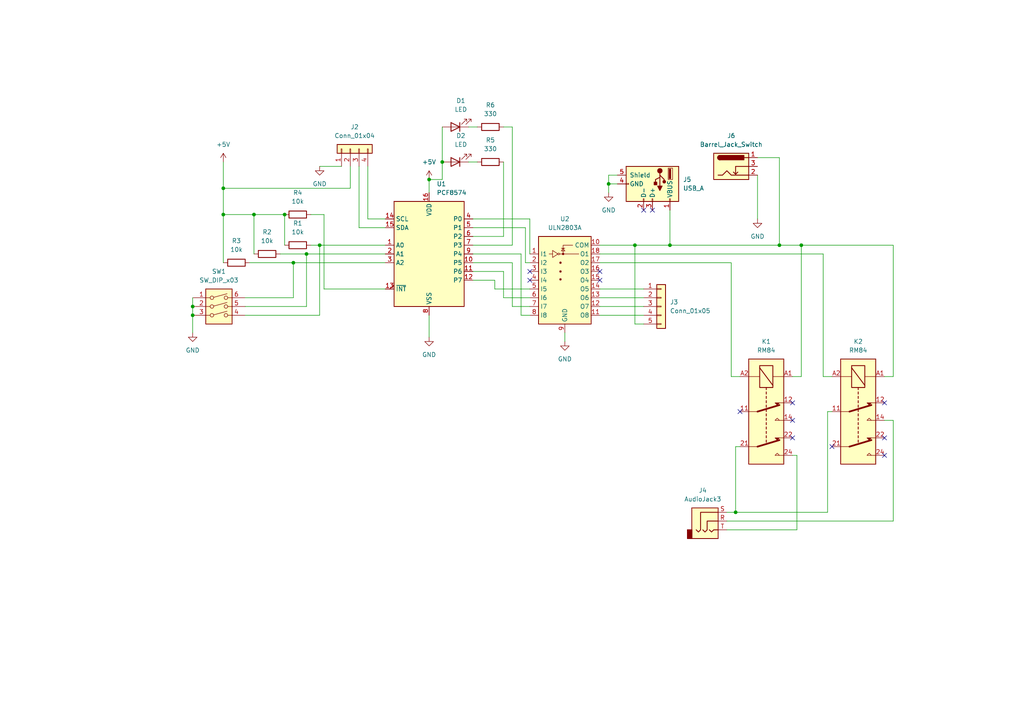
<source format=kicad_sch>
(kicad_sch (version 20230121) (generator eeschema)
  (paper "A4")
  (lib_symbols
    (symbol "Connector:Barrel_Jack_Switch" (pin_names hide)
      (property "Reference" "J" (at 0 5.334 0))
      (property "Value" "Barrel_Jack_Switch" (at 0 -5.08 0))
      (symbol "Barrel_Jack_Switch_0_1"
        (rectangle (start -5.08 3.81) (end 5.08 -3.81) (stroke (width 0.254)) (fill (type background)))
        (arc (start -3.302 3.175) (mid -3.9343 2.54) (end -3.302 1.905) (stroke (width 0.254)))
        (arc (start -3.302 3.175) (mid -3.9343 2.54) (end -3.302 1.905) (stroke (width 0.254)) (fill (type outline)))
        (polyline (pts (xy 1.27 -2.286) (xy 1.905 -1.651)) (stroke (width 0.254)))
        (polyline (pts (xy 5.08 2.54) (xy 3.81 2.54)) (stroke (width 0.254)))
        (polyline (pts (xy 5.08 0) (xy 1.27 0) (xy 1.27 -2.286) (xy 0.635 -1.651)) (stroke (width 0.254)))
        (polyline (pts (xy -3.81 -2.54) (xy -2.54 -2.54) (xy -1.27 -1.27) (xy 0 -2.54) (xy 2.54 -2.54) (xy 5.08 -2.54)) (stroke (width 0.254)))
        (rectangle (start 3.683 3.175) (end -3.302 1.905) (stroke (width 0.254)) (fill (type outline)))
      )
      (symbol "Barrel_Jack_Switch_1_1"
        (pin passive line (at 7.62 2.54 180) (length 2.54) (name "~") (number "1"))
        (pin passive line (at 7.62 -2.54 180) (length 2.54) (name "~") (number "2"))
        (pin passive line (at 7.62 0 180) (length 2.54) (name "~") (number "3"))
      )
    )
    (symbol "Connector:USB_A" (pin_names (offset 1.016))
      (property "Reference" "J" (at -5.08 11.43 0))
      (property "Value" "USB_A" (at -5.08 8.89 0))
      (symbol "USB_A_0_1"
        (rectangle (start -5.08 -7.62) (end 5.08 7.62) (stroke (width 0.254)) (fill (type background)))
        (circle (center -3.81 2.159) (radius 0.635) (stroke (width 0.254)) (fill (type outline)))
        (rectangle (start -1.524 4.826) (end -4.318 5.334) (fill (type outline)))
        (rectangle (start -1.27 4.572) (end -4.572 5.842))
        (circle (center -0.635 3.429) (radius 0.381) (stroke (width 0.254)) (fill (type outline)))
        (rectangle (start -0.127 -7.62) (end 0.127 -6.858))
        (polyline (pts (xy -3.175 2.159) (xy -2.54 2.159) (xy -1.27 3.429) (xy -0.635 3.429)) (stroke (width 0.254)))
        (polyline (pts (xy -2.54 2.159) (xy -1.905 2.159) (xy -1.27 0.889) (xy 0 0.889)) (stroke (width 0.254)))
        (polyline (pts (xy 0.635 2.794) (xy 0.635 1.524) (xy 1.905 2.159) (xy 0.635 2.794)) (stroke (width 0.254)) (fill (type outline)))
        (rectangle (start 0.254 1.27) (end -0.508 0.508) (stroke (width 0.254)) (fill (type outline)))
        (rectangle (start 5.08 -2.667) (end 4.318 -2.413))
        (rectangle (start 5.08 -0.127) (end 4.318 0.127))
        (rectangle (start 5.08 4.953) (end 4.318 5.207))
      )
      (symbol "USB_A_1_1"
        (polyline (pts (xy -1.905 2.159) (xy 0.635 2.159)) (stroke (width 0.254)))
        (pin power_in line (at 7.62 5.08 180) (length 2.54) (name "VBUS") (number "1"))
        (pin bidirectional line (at 7.62 -2.54 180) (length 2.54) (name "D-") (number "2"))
        (pin bidirectional line (at 7.62 0 180) (length 2.54) (name "D+") (number "3"))
        (pin power_in line (at 0 -10.16 90) (length 2.54) (name "GND") (number "4"))
        (pin passive line (at -2.54 -10.16 90) (length 2.54) (name "Shield") (number "5"))
      )
    )
    (symbol "Connector_Audio:AudioJack3"
      (property "Reference" "J" (at 0 8.89 0))
      (property "Value" "AudioJack3" (at 0 6.35 0))
      (symbol "AudioJack3_0_1"
        (rectangle (start -5.08 -5.08) (end -6.35 -2.54) (stroke (width 0.254)) (fill (type outline)))
        (polyline (pts (xy 0 -2.54) (xy 0.635 -3.175) (xy 1.27 -2.54) (xy 2.54 -2.54)) (stroke (width 0.254)))
        (polyline (pts (xy -1.905 -2.54) (xy -1.27 -3.175) (xy -0.635 -2.54) (xy -0.635 0) (xy 2.54 0)) (stroke (width 0.254)))
        (polyline (pts (xy 2.54 2.54) (xy -2.54 2.54) (xy -2.54 -2.54) (xy -3.175 -3.175) (xy -3.81 -2.54)) (stroke (width 0.254)))
        (rectangle (start 2.54 3.81) (end -5.08 -5.08) (stroke (width 0.254)) (fill (type background)))
      )
      (symbol "AudioJack3_1_1"
        (pin passive line (at 5.08 0 180) (length 2.54) (name "~") (number "R"))
        (pin passive line (at 5.08 2.54 180) (length 2.54) (name "~") (number "S"))
        (pin passive line (at 5.08 -2.54 180) (length 2.54) (name "~") (number "T"))
      )
    )
    (symbol "Connector_Generic:Conn_01x04" (pin_names (offset 1.016) hide)
      (property "Reference" "J" (at 0 5.08 0))
      (property "Value" "Conn_01x04" (at 0 -7.62 0))
      (symbol "Conn_01x04_1_1"
        (rectangle (start -1.27 -4.953) (end 0 -5.207) (stroke (width 0.1524)))
        (rectangle (start -1.27 -2.413) (end 0 -2.667) (stroke (width 0.1524)))
        (rectangle (start -1.27 0.127) (end 0 -0.127) (stroke (width 0.1524)))
        (rectangle (start -1.27 2.667) (end 0 2.413) (stroke (width 0.1524)))
        (rectangle (start -1.27 3.81) (end 1.27 -6.35) (stroke (width 0.254)) (fill (type background)))
        (pin passive line (at -5.08 2.54 0) (length 3.81) (name "Pin_1") (number "1"))
        (pin passive line (at -5.08 0 0) (length 3.81) (name "Pin_2") (number "2"))
        (pin passive line (at -5.08 -2.54 0) (length 3.81) (name "Pin_3") (number "3"))
        (pin passive line (at -5.08 -5.08 0) (length 3.81) (name "Pin_4") (number "4"))
      )
    )
    (symbol "Connector_Generic:Conn_01x05" (pin_names (offset 1.016) hide)
      (property "Reference" "J" (at 0 7.62 0))
      (property "Value" "Conn_01x05" (at 0 -7.62 0))
      (symbol "Conn_01x05_1_1"
        (rectangle (start -1.27 -4.953) (end 0 -5.207) (stroke (width 0.1524)))
        (rectangle (start -1.27 -2.413) (end 0 -2.667) (stroke (width 0.1524)))
        (rectangle (start -1.27 0.127) (end 0 -0.127) (stroke (width 0.1524)))
        (rectangle (start -1.27 2.667) (end 0 2.413) (stroke (width 0.1524)))
        (rectangle (start -1.27 5.207) (end 0 4.953) (stroke (width 0.1524)))
        (rectangle (start -1.27 6.35) (end 1.27 -6.35) (stroke (width 0.254)) (fill (type background)))
        (pin passive line (at -5.08 5.08 0) (length 3.81) (name "Pin_1") (number "1"))
        (pin passive line (at -5.08 2.54 0) (length 3.81) (name "Pin_2") (number "2"))
        (pin passive line (at -5.08 0 0) (length 3.81) (name "Pin_3") (number "3"))
        (pin passive line (at -5.08 -2.54 0) (length 3.81) (name "Pin_4") (number "4"))
        (pin passive line (at -5.08 -5.08 0) (length 3.81) (name "Pin_5") (number "5"))
      )
    )
    (symbol "Device:LED" (pin_numbers hide) (pin_names (offset 1.016) hide)
      (property "Reference" "D" (at 0 2.54 0))
      (property "Value" "LED" (at 0 -2.54 0))
      (symbol "LED_0_1"
        (polyline (pts (xy -1.27 -1.27) (xy -1.27 1.27)) (stroke (width 0.254)))
        (polyline (pts (xy -1.27 0) (xy 1.27 0)))
        (polyline (pts (xy 1.27 -1.27) (xy 1.27 1.27) (xy -1.27 0) (xy 1.27 -1.27)) (stroke (width 0.254)))
        (polyline (pts (xy -3.048 -0.762) (xy -4.572 -2.286) (xy -3.81 -2.286) (xy -4.572 -2.286) (xy -4.572 -1.524)))
        (polyline (pts (xy -1.778 -0.762) (xy -3.302 -2.286) (xy -2.54 -2.286) (xy -3.302 -2.286) (xy -3.302 -1.524)))
      )
      (symbol "LED_1_1"
        (pin passive line (at -3.81 0 0) (length 2.54) (name "K") (number "1"))
        (pin passive line (at 3.81 0 180) (length 2.54) (name "A") (number "2"))
      )
    )
    (symbol "Device:R" (pin_numbers hide) (pin_names (offset 0))
      (property "Reference" "R" (at 2.032 0 90))
      (property "Value" "R" (at 0 0 90))
      (symbol "R_0_1"
        (rectangle (start -1.016 -2.54) (end 1.016 2.54) (stroke (width 0.254)))
      )
      (symbol "R_1_1"
        (pin passive line (at 0 3.81 270) (length 1.27) (name "~") (number "1"))
        (pin passive line (at 0 -3.81 90) (length 1.27) (name "~") (number "2"))
      )
    )
    (symbol "Interface_Expansion:PCF8574"
      (property "Reference" "U" (at -8.89 16.51 0))
      (property "Value" "PCF8574" (at 2.54 16.51 0))
      (symbol "PCF8574_0_1"
        (rectangle (start -10.16 15.24) (end 10.16 -15.24) (stroke (width 0.254)) (fill (type background)))
      )
      (symbol "PCF8574_1_1"
        (pin input line (at -12.7 2.54 0) (length 2.54) (name "A0") (number "1"))
        (pin bidirectional line (at 12.7 -2.54 180) (length 2.54) (name "P5") (number "10"))
        (pin bidirectional line (at 12.7 -5.08 180) (length 2.54) (name "P6") (number "11"))
        (pin bidirectional line (at 12.7 -7.62 180) (length 2.54) (name "P7") (number "12"))
        (pin open_collector output_low (at -12.7 -10.16 0) (length 2.54) (name "~{INT}") (number "13"))
        (pin input line (at -12.7 10.16 0) (length 2.54) (name "SCL") (number "14"))
        (pin bidirectional line (at -12.7 7.62 0) (length 2.54) (name "SDA") (number "15"))
        (pin power_in line (at 0 17.78 270) (length 2.54) (name "VDD") (number "16"))
        (pin input line (at -12.7 0 0) (length 2.54) (name "A1") (number "2"))
        (pin input line (at -12.7 -2.54 0) (length 2.54) (name "A2") (number "3"))
        (pin bidirectional line (at 12.7 10.16 180) (length 2.54) (name "P0") (number "4"))
        (pin bidirectional line (at 12.7 7.62 180) (length 2.54) (name "P1") (number "5"))
        (pin bidirectional line (at 12.7 5.08 180) (length 2.54) (name "P2") (number "6"))
        (pin bidirectional line (at 12.7 2.54 180) (length 2.54) (name "P3") (number "7"))
        (pin power_in line (at 0 -17.78 90) (length 2.54) (name "VSS") (number "8"))
        (pin bidirectional line (at 12.7 0 180) (length 2.54) (name "P4") (number "9"))
      )
    )
    (symbol "Relay:RM84"
      (property "Reference" "K" (at 16.51 3.81 0))
      (property "Value" "RM84" (at 16.51 1.27 0))
      (symbol "RM84_0_1"
        (rectangle (start -15.24 5.08) (end 15.24 -5.08) (stroke (width 0.254)) (fill (type background)))
        (rectangle (start -13.335 1.905) (end -6.985 -1.905) (stroke (width 0.254)))
        (polyline (pts (xy -12.7 -1.905) (xy -7.62 1.905)) (stroke (width 0.254)))
        (polyline (pts (xy -10.16 -5.08) (xy -10.16 -1.905)))
        (polyline (pts (xy -10.16 5.08) (xy -10.16 1.905)))
        (polyline (pts (xy -6.985 0) (xy -6.35 0)) (stroke (width 0.254)))
        (polyline (pts (xy -5.715 0) (xy -5.08 0)) (stroke (width 0.254)))
        (polyline (pts (xy -4.445 0) (xy -3.81 0)) (stroke (width 0.254)))
        (polyline (pts (xy -3.175 0) (xy -2.54 0)) (stroke (width 0.254)))
        (polyline (pts (xy -1.905 0) (xy -1.27 0)) (stroke (width 0.254)))
        (polyline (pts (xy -0.635 0) (xy 0 0)) (stroke (width 0.254)))
        (polyline (pts (xy 0 -2.54) (xy -1.905 3.81)) (stroke (width 0.508)))
        (polyline (pts (xy 0 -2.54) (xy 0 -5.08)))
        (polyline (pts (xy 0.635 0) (xy 1.27 0)) (stroke (width 0.254)))
        (polyline (pts (xy 1.905 0) (xy 2.54 0)) (stroke (width 0.254)))
        (polyline (pts (xy 3.175 0) (xy 3.81 0)) (stroke (width 0.254)))
        (polyline (pts (xy 4.445 0) (xy 5.08 0)) (stroke (width 0.254)))
        (polyline (pts (xy 5.715 0) (xy 6.35 0)) (stroke (width 0.254)))
        (polyline (pts (xy 6.985 0) (xy 7.62 0)) (stroke (width 0.254)))
        (polyline (pts (xy 8.255 0) (xy 8.89 0)) (stroke (width 0.254)))
        (polyline (pts (xy 10.16 -2.54) (xy 8.255 3.81)) (stroke (width 0.508)))
        (polyline (pts (xy 10.16 -2.54) (xy 10.16 -5.08)))
        (polyline (pts (xy -2.54 5.08) (xy -2.54 2.54) (xy -1.905 3.175) (xy -2.54 3.81)) (fill (type outline)))
        (polyline (pts (xy 2.54 5.08) (xy 2.54 2.54) (xy 1.905 3.175) (xy 2.54 3.81)))
        (polyline (pts (xy 7.62 5.08) (xy 7.62 2.54) (xy 8.255 3.175) (xy 7.62 3.81)) (fill (type outline)))
        (polyline (pts (xy 12.7 5.08) (xy 12.7 2.54) (xy 12.065 3.175) (xy 12.7 3.81)))
      )
      (symbol "RM84_1_1"
        (pin passive line (at 0 -7.62 90) (length 2.54) (name "~") (number "11"))
        (pin passive line (at -2.54 7.62 270) (length 2.54) (name "~") (number "12"))
        (pin passive line (at 2.54 7.62 270) (length 2.54) (name "~") (number "14"))
        (pin passive line (at 10.16 -7.62 90) (length 2.54) (name "~") (number "21"))
        (pin passive line (at 7.62 7.62 270) (length 2.54) (name "~") (number "22"))
        (pin passive line (at 12.7 7.62 270) (length 2.54) (name "~") (number "24"))
        (pin passive line (at -10.16 7.62 270) (length 2.54) (name "~") (number "A1"))
        (pin passive line (at -10.16 -7.62 90) (length 2.54) (name "~") (number "A2"))
      )
    )
    (symbol "Switch:SW_DIP_x03" (pin_names (offset 0) hide)
      (property "Reference" "SW" (at 0 8.89 0))
      (property "Value" "SW_DIP_x03" (at 0 -3.81 0))
      (symbol "SW_DIP_x03_0_0"
        (circle (center -2.032 0) (radius 0.508))
        (circle (center -2.032 2.54) (radius 0.508))
        (circle (center -2.032 5.08) (radius 0.508))
        (polyline (pts (xy -1.524 0.127) (xy 2.3622 1.1684)))
        (polyline (pts (xy -1.524 2.667) (xy 2.3622 3.7084)))
        (polyline (pts (xy -1.524 5.207) (xy 2.3622 6.2484)))
        (circle (center 2.032 0) (radius 0.508))
        (circle (center 2.032 2.54) (radius 0.508))
        (circle (center 2.032 5.08) (radius 0.508))
      )
      (symbol "SW_DIP_x03_0_1"
        (rectangle (start -3.81 7.62) (end 3.81 -2.54) (stroke (width 0.254)) (fill (type background)))
      )
      (symbol "SW_DIP_x03_1_1"
        (pin passive line (at -7.62 5.08 0) (length 5.08) (name "~") (number "1"))
        (pin passive line (at -7.62 2.54 0) (length 5.08) (name "~") (number "2"))
        (pin passive line (at -7.62 0 0) (length 5.08) (name "~") (number "3"))
        (pin passive line (at 7.62 0 180) (length 5.08) (name "~") (number "4"))
        (pin passive line (at 7.62 2.54 180) (length 5.08) (name "~") (number "5"))
        (pin passive line (at 7.62 5.08 180) (length 5.08) (name "~") (number "6"))
      )
    )
    (symbol "Transistor_Array:ULN2803A"
      (property "Reference" "U" (at 0 13.335 0))
      (property "Value" "ULN2803A" (at 0 11.43 0))
      (symbol "ULN2803A_0_1"
        (rectangle (start -7.62 -15.24) (end 7.62 10.16) (stroke (width 0.254)) (fill (type background)))
        (circle (center -1.778 5.08) (radius 0.254))
        (circle (center -1.27 -2.286) (radius 0.254) (fill (type outline)))
        (circle (center -1.27 0) (radius 0.254) (fill (type outline)))
        (circle (center -1.27 2.54) (radius 0.254) (fill (type outline)))
        (circle (center -0.508 5.08) (radius 0.254) (fill (type outline)))
        (polyline (pts (xy -4.572 5.08) (xy -3.556 5.08)))
        (polyline (pts (xy -1.524 5.08) (xy 4.064 5.08)))
        (polyline (pts (xy 0 6.731) (xy -1.016 6.731)))
        (polyline (pts (xy -0.508 5.08) (xy -0.508 7.62) (xy 2.286 7.62)))
        (polyline (pts (xy -3.556 6.096) (xy -3.556 4.064) (xy -2.032 5.08) (xy -3.556 6.096)))
        (polyline (pts (xy 0 5.969) (xy -1.016 5.969) (xy -0.508 6.731) (xy 0 5.969)))
      )
      (symbol "ULN2803A_1_1"
        (pin input line (at -10.16 5.08 0) (length 2.54) (name "I1") (number "1"))
        (pin passive line (at 10.16 7.62 180) (length 2.54) (name "COM") (number "10"))
        (pin open_collector line (at 10.16 -12.7 180) (length 2.54) (name "O8") (number "11"))
        (pin open_collector line (at 10.16 -10.16 180) (length 2.54) (name "O7") (number "12"))
        (pin open_collector line (at 10.16 -7.62 180) (length 2.54) (name "O6") (number "13"))
        (pin open_collector line (at 10.16 -5.08 180) (length 2.54) (name "O5") (number "14"))
        (pin open_collector line (at 10.16 -2.54 180) (length 2.54) (name "O4") (number "15"))
        (pin open_collector line (at 10.16 0 180) (length 2.54) (name "O3") (number "16"))
        (pin open_collector line (at 10.16 2.54 180) (length 2.54) (name "O2") (number "17"))
        (pin open_collector line (at 10.16 5.08 180) (length 2.54) (name "O1") (number "18"))
        (pin input line (at -10.16 2.54 0) (length 2.54) (name "I2") (number "2"))
        (pin input line (at -10.16 0 0) (length 2.54) (name "I3") (number "3"))
        (pin input line (at -10.16 -2.54 0) (length 2.54) (name "I4") (number "4"))
        (pin input line (at -10.16 -5.08 0) (length 2.54) (name "I5") (number "5"))
        (pin input line (at -10.16 -7.62 0) (length 2.54) (name "I6") (number "6"))
        (pin input line (at -10.16 -10.16 0) (length 2.54) (name "I7") (number "7"))
        (pin input line (at -10.16 -12.7 0) (length 2.54) (name "I8") (number "8"))
        (pin power_in line (at 0 -17.78 90) (length 2.54) (name "GND") (number "9"))
      )
    )
    (symbol "power:+5V" (power) (pin_names (offset 0))
      (property "Value" "+5V" (at 0 3.556 0))
      (symbol "+5V_0_1"
        (polyline (pts (xy -0.762 1.27) (xy 0 2.54)))
        (polyline (pts (xy 0 0) (xy 0 2.54)))
        (polyline (pts (xy 0 2.54) (xy 0.762 1.27)))
      )
      (symbol "+5V_1_1"
        (pin power_in line (at 0 0 90) (length 0) hide (name "+5V") (number "1"))
      )
    )
    (symbol "power:GND" (power) (pin_names (offset 0))
      (property "Value" "GND" (at 0 -3.81 0))
      (symbol "GND_0_1"
        (polyline (pts (xy 0 0) (xy 0 -1.27) (xy 1.27 -1.27) (xy 0 -2.54) (xy -1.27 -1.27) (xy 0 -1.27)))
      )
      (symbol "GND_1_1"
        (pin power_in line (at 0 0 270) (length 0) hide (name "GND") (number "1"))
      )
    )
  )
  (junction (at 73.66 62.23))
  (junction (at 184.15 71.12))
  (junction (at 55.88 88.9))
  (junction (at 124.46 52.07))
  (junction (at 64.77 54.61))
  (junction (at 194.31 71.12))
  (junction (at 232.41 71.12))
  (junction (at 55.88 91.44))
  (junction (at 128.27 46.99))
  (junction (at 88.9 73.66))
  (junction (at 85.09 76.2))
  (junction (at 82.55 62.23))
  (junction (at 92.71 71.12))
  (junction (at 64.77 62.23))
  (junction (at 213.36 148.59))
  (junction (at 226.06 71.12))
  (junction (at 176.53 53.34))
  (no_connect (at 241.3 129.54))
  (no_connect (at 153.67 81.28))
  (no_connect (at 214.63 119.38))
  (no_connect (at 189.23 60.96))
  (no_connect (at 153.67 78.74))
  (no_connect (at 256.54 127))
  (no_connect (at 256.54 116.84))
  (no_connect (at 229.87 127))
  (no_connect (at 229.87 121.92))
  (no_connect (at 186.69 60.96))
  (no_connect (at 173.99 81.28))
  (no_connect (at 173.99 78.74))
  (no_connect (at 229.87 116.84))
  (no_connect (at 256.54 132.08))
  (wire (pts (xy 88.9 73.66) (xy 111.76 73.66)))
  (wire (pts (xy 137.16 68.58) (xy 146.05 68.58)))
  (wire (pts (xy 176.53 50.8) (xy 176.53 53.34)))
  (wire (pts (xy 153.67 63.5) (xy 153.67 73.66)))
  (wire (pts (xy 194.31 60.96) (xy 194.31 71.12)))
  (wire (pts (xy 163.83 96.52) (xy 163.83 99.06)))
  (wire (pts (xy 194.31 71.12) (xy 184.15 71.12)))
  (wire (pts (xy 238.76 109.22) (xy 241.3 109.22)))
  (wire (pts (xy 194.31 71.12) (xy 226.06 71.12)))
  (wire (pts (xy 64.77 54.61) (xy 64.77 62.23)))
  (wire (pts (xy 146.05 68.58) (xy 146.05 46.99)))
  (wire (pts (xy 179.07 53.34) (xy 176.53 53.34)))
  (wire (pts (xy 73.66 62.23) (xy 73.66 73.66)))
  (wire (pts (xy 148.59 76.2) (xy 148.59 88.9)))
  (wire (pts (xy 128.27 36.83) (xy 128.27 46.99)))
  (wire (pts (xy 256.54 121.92) (xy 259.08 121.92)))
  (wire (pts (xy 111.76 66.04) (xy 104.14 66.04)))
  (wire (pts (xy 210.82 148.59) (xy 213.36 148.59)))
  (wire (pts (xy 173.99 88.9) (xy 186.69 88.9)))
  (wire (pts (xy 55.88 86.36) (xy 55.88 88.9)))
  (wire (pts (xy 173.99 76.2) (xy 212.09 76.2)))
  (wire (pts (xy 176.53 53.34) (xy 176.53 55.88)))
  (wire (pts (xy 128.27 52.07) (xy 124.46 52.07)))
  (wire (pts (xy 146.05 78.74) (xy 146.05 86.36)))
  (wire (pts (xy 72.39 76.2) (xy 85.09 76.2)))
  (wire (pts (xy 82.55 62.23) (xy 82.55 71.12)))
  (wire (pts (xy 219.71 50.8) (xy 219.71 63.5)))
  (wire (pts (xy 148.59 36.83) (xy 146.05 36.83)))
  (wire (pts (xy 93.98 62.23) (xy 90.17 62.23)))
  (wire (pts (xy 55.88 88.9) (xy 55.88 91.44)))
  (wire (pts (xy 259.08 121.92) (xy 259.08 151.13)))
  (wire (pts (xy 137.16 78.74) (xy 146.05 78.74)))
  (wire (pts (xy 184.15 93.98) (xy 186.69 93.98)))
  (wire (pts (xy 229.87 109.22) (xy 232.41 109.22)))
  (wire (pts (xy 173.99 83.82) (xy 186.69 83.82)))
  (wire (pts (xy 232.41 71.12) (xy 259.08 71.12)))
  (wire (pts (xy 124.46 52.07) (xy 124.46 55.88)))
  (wire (pts (xy 219.71 45.72) (xy 226.06 45.72)))
  (wire (pts (xy 101.6 48.26) (xy 101.6 54.61)))
  (wire (pts (xy 151.13 73.66) (xy 151.13 91.44)))
  (wire (pts (xy 148.59 88.9) (xy 153.67 88.9)))
  (wire (pts (xy 240.03 148.59) (xy 240.03 119.38)))
  (wire (pts (xy 92.71 71.12) (xy 111.76 71.12)))
  (wire (pts (xy 173.99 71.12) (xy 184.15 71.12)))
  (wire (pts (xy 238.76 73.66) (xy 238.76 109.22)))
  (wire (pts (xy 111.76 63.5) (xy 106.68 63.5)))
  (wire (pts (xy 226.06 71.12) (xy 232.41 71.12)))
  (wire (pts (xy 184.15 71.12) (xy 184.15 93.98)))
  (wire (pts (xy 240.03 119.38) (xy 241.3 119.38)))
  (wire (pts (xy 90.17 71.12) (xy 92.71 71.12)))
  (wire (pts (xy 148.59 71.12) (xy 148.59 36.83)))
  (wire (pts (xy 259.08 71.12) (xy 259.08 109.22)))
  (wire (pts (xy 71.12 88.9) (xy 88.9 88.9)))
  (wire (pts (xy 101.6 54.61) (xy 64.77 54.61)))
  (wire (pts (xy 85.09 86.36) (xy 85.09 76.2)))
  (wire (pts (xy 173.99 91.44) (xy 186.69 91.44)))
  (wire (pts (xy 64.77 62.23) (xy 64.77 76.2)))
  (wire (pts (xy 135.89 36.83) (xy 138.43 36.83)))
  (wire (pts (xy 111.76 83.82) (xy 93.98 83.82)))
  (wire (pts (xy 232.41 71.12) (xy 232.41 109.22)))
  (wire (pts (xy 231.14 132.08) (xy 231.14 153.67)))
  (wire (pts (xy 106.68 48.26) (xy 106.68 63.5)))
  (wire (pts (xy 152.4 76.2) (xy 153.67 76.2)))
  (wire (pts (xy 128.27 46.99) (xy 128.27 52.07)))
  (wire (pts (xy 93.98 83.82) (xy 93.98 62.23)))
  (wire (pts (xy 137.16 71.12) (xy 148.59 71.12)))
  (wire (pts (xy 64.77 62.23) (xy 73.66 62.23)))
  (wire (pts (xy 55.88 91.44) (xy 55.88 96.52)))
  (wire (pts (xy 81.28 73.66) (xy 88.9 73.66)))
  (wire (pts (xy 256.54 109.22) (xy 259.08 109.22)))
  (wire (pts (xy 143.51 83.82) (xy 153.67 83.82)))
  (wire (pts (xy 173.99 73.66) (xy 238.76 73.66)))
  (wire (pts (xy 73.66 62.23) (xy 82.55 62.23)))
  (wire (pts (xy 151.13 91.44) (xy 153.67 91.44)))
  (wire (pts (xy 173.99 86.36) (xy 186.69 86.36)))
  (wire (pts (xy 104.14 48.26) (xy 104.14 66.04)))
  (wire (pts (xy 135.89 46.99) (xy 138.43 46.99)))
  (wire (pts (xy 137.16 66.04) (xy 152.4 66.04)))
  (wire (pts (xy 64.77 46.99) (xy 64.77 54.61)))
  (wire (pts (xy 137.16 63.5) (xy 153.67 63.5)))
  (wire (pts (xy 137.16 81.28) (xy 143.51 81.28)))
  (wire (pts (xy 85.09 76.2) (xy 111.76 76.2)))
  (wire (pts (xy 137.16 76.2) (xy 148.59 76.2)))
  (wire (pts (xy 143.51 81.28) (xy 143.51 83.82)))
  (wire (pts (xy 229.87 132.08) (xy 231.14 132.08)))
  (wire (pts (xy 92.71 48.26) (xy 99.06 48.26)))
  (wire (pts (xy 226.06 45.72) (xy 226.06 71.12)))
  (wire (pts (xy 124.46 91.44) (xy 124.46 97.79)))
  (wire (pts (xy 213.36 129.54) (xy 214.63 129.54)))
  (wire (pts (xy 259.08 151.13) (xy 210.82 151.13)))
  (wire (pts (xy 92.71 71.12) (xy 92.71 91.44)))
  (wire (pts (xy 213.36 148.59) (xy 240.03 148.59)))
  (wire (pts (xy 71.12 86.36) (xy 85.09 86.36)))
  (wire (pts (xy 231.14 153.67) (xy 210.82 153.67)))
  (wire (pts (xy 179.07 50.8) (xy 176.53 50.8)))
  (wire (pts (xy 212.09 109.22) (xy 214.63 109.22)))
  (wire (pts (xy 71.12 91.44) (xy 92.71 91.44)))
  (wire (pts (xy 137.16 73.66) (xy 151.13 73.66)))
  (wire (pts (xy 212.09 76.2) (xy 212.09 109.22)))
  (wire (pts (xy 146.05 86.36) (xy 153.67 86.36)))
  (wire (pts (xy 88.9 88.9) (xy 88.9 73.66)))
  (wire (pts (xy 152.4 66.04) (xy 152.4 76.2)))
  (wire (pts (xy 213.36 148.59) (xy 213.36 129.54)))
  (symbol (lib_id "power:GND") (at 176.53 55.88 0) (unit 1)
    (property "Reference" "#PWR07" (effects hide))
    (property "Value" "GND" (at 176.53 60.96 0))
  )
  (symbol (lib_id "Connector_Generic:Conn_01x04") (at 101.6 43.18 90) (unit 1)
    (property "Reference" "J2" (at 102.87 36.83 90))
    (property "Value" "Conn_01x04" (at 102.87 39.37 90))
    (property "Footprint" "Connector:NS-Tech_Grove_1x04_P2mm_Vertical" (effects hide))
  )
  (symbol (lib_id "Connector_Audio:AudioJack3") (at 205.74 151.13 0) (unit 1)
    (property "Reference" "J4" (at 203.835 142.24 0))
    (property "Value" "AudioJack3" (at 203.835 144.78 0))
    (property "Footprint" "Connector_Audio:Jack_3.5mm_Ledino_KB3SPRS_Horizontal" (effects hide))
  )
  (symbol (lib_id "Device:R") (at 68.58 76.2 90) (unit 1)
    (property "Reference" "R3" (at 68.58 69.85 90))
    (property "Value" "10k" (at 68.58 72.39 90))
    (property "Footprint" "Resistor_THT:R_Axial_DIN0411_L9.9mm_D3.6mm_P15.24mm_Horizontal" (effects hide))
  )
  (symbol (lib_id "Device:LED") (at 132.08 46.99 180) (unit 1)
    (property "Reference" "D2" (at 133.6675 39.37 0))
    (property "Value" "LED" (at 133.6675 41.91 0))
    (property "Footprint" "LED_THT:LED_D5.0mm" (effects hide))
  )
  (symbol (lib_id "Relay:RM84") (at 222.25 119.38 270) (unit 1)
    (property "Reference" "K1" (at 222.25 99.06 90))
    (property "Value" "RM84" (at 222.25 101.6 90))
    (property "Footprint" "Relay_THT:Relay_DPDT_Finder_30.22" (effects hide))
    (property "Datasheet" "http://www.relpol.pl/en/content/download/13766/168095/file/e_RM84.pdf" (effects hide))
  )
  (symbol (lib_id "power:GND") (at 219.71 63.5 0) (unit 1)
    (property "Reference" "#PWR08" (effects hide))
    (property "Value" "GND" (at 219.71 68.58 0))
  )
  (symbol (lib_id "power:+5V") (at 64.77 46.99 0) (unit 1)
    (property "Reference" "#PWR02" (effects hide))
    (property "Value" "+5V" (at 64.77 41.91 0))
  )
  (symbol (lib_id "Device:R") (at 86.36 62.23 90) (unit 1)
    (property "Reference" "R4" (at 86.36 55.88 90))
    (property "Value" "10k" (at 86.36 58.42 90))
    (property "Footprint" "Resistor_THT:R_Axial_DIN0411_L9.9mm_D3.6mm_P15.24mm_Horizontal" (effects hide))
  )
  (symbol (lib_id "Transistor_Array:ULN2803A") (at 163.83 78.74 0) (unit 1)
    (property "Reference" "U2" (at 163.83 63.5 0))
    (property "Value" "ULN2803A" (at 163.83 66.04 0))
    (property "Footprint" "Package_DIP:DIP-18_W7.62mm_Socket" (effects hide))
    (property "Datasheet" "http://www.ti.com/lit/ds/symlink/uln2803a.pdf" (effects hide))
  )
  (symbol (lib_id "Relay:RM84") (at 248.92 119.38 270) (unit 1)
    (property "Reference" "K2" (at 248.92 99.06 90))
    (property "Value" "RM84" (at 248.92 101.6 90))
    (property "Footprint" "Relay_THT:Relay_DPDT_Finder_30.22" (effects hide))
    (property "Datasheet" "http://www.relpol.pl/en/content/download/13766/168095/file/e_RM84.pdf" (effects hide))
  )
  (symbol (lib_id "Device:R") (at 142.24 46.99 90) (unit 1)
    (property "Reference" "R5" (at 142.24 40.64 90))
    (property "Value" "330" (at 142.24 43.18 90))
    (property "Footprint" "Resistor_THT:R_Axial_DIN0411_L9.9mm_D3.6mm_P15.24mm_Horizontal" (effects hide))
  )
  (symbol (lib_id "Device:R") (at 86.36 71.12 90) (unit 1)
    (property "Reference" "R1" (at 86.36 64.77 90))
    (property "Value" "10k" (at 86.36 67.31 90))
    (property "Footprint" "Resistor_THT:R_Axial_DIN0411_L9.9mm_D3.6mm_P15.24mm_Horizontal" (effects hide))
  )
  (symbol (lib_id "Connector:USB_A") (at 189.23 53.34 270) (unit 1)
    (property "Reference" "J5" (at 198.12 52.07 90) (effects (justify left)))
    (property "Value" "USB_A" (at 198.12 54.61 90) (effects (justify left)))
    (property "Footprint" "Connector_USB:USB_A_Stewart_SS-52100-001_Horizontal" (effects hide))
    (property "Datasheet" " ~" (effects hide))
  )
  (symbol (lib_id "Switch:SW_DIP_x03") (at 63.5 91.44 0) (unit 1)
    (property "Reference" "SW1" (at 63.5 78.74 0))
    (property "Value" "SW_DIP_x03" (at 63.5 81.28 0))
    (property "Footprint" "Button_Switch_THT:SW_DIP_SPSTx03_Slide_9.78x9.8mm_W7.62mm_P2.54mm" (effects hide))
  )
  (symbol (lib_id "Connector_Generic:Conn_01x05") (at 191.77 88.9 0) (unit 1)
    (property "Reference" "J3" (at 194.31 87.63 0) (effects (justify left)))
    (property "Value" "Conn_01x05" (at 194.31 90.17 0) (effects (justify left)))
    (property "Footprint" "Connector_PinHeader_2.54mm:PinHeader_1x05_P2.54mm_Vertical" (effects hide))
  )
  (symbol (lib_id "power:+5V") (at 124.46 52.07 0) (unit 1)
    (property "Reference" "#PWR01" (effects hide))
    (property "Value" "+5V" (at 124.46 46.99 0))
  )
  (symbol (lib_id "Device:R") (at 142.24 36.83 90) (unit 1)
    (property "Reference" "R6" (at 142.24 30.48 90))
    (property "Value" "330" (at 142.24 33.02 90))
    (property "Footprint" "Resistor_THT:R_Axial_DIN0411_L9.9mm_D3.6mm_P15.24mm_Horizontal" (effects hide))
  )
  (symbol (lib_id "power:GND") (at 92.71 48.26 0) (unit 1)
    (property "Reference" "#PWR04" (effects hide))
    (property "Value" "GND" (at 92.71 53.34 0))
  )
  (symbol (lib_id "Device:R") (at 77.47 73.66 90) (unit 1)
    (property "Reference" "R2" (at 77.47 67.31 90))
    (property "Value" "10k" (at 77.47 69.85 90))
    (property "Footprint" "Resistor_THT:R_Axial_DIN0411_L9.9mm_D3.6mm_P15.24mm_Horizontal" (effects hide))
  )
  (symbol (lib_id "power:GND") (at 55.88 96.52 0) (unit 1)
    (property "Reference" "#PWR03" (effects hide))
    (property "Value" "GND" (at 55.88 101.6 0))
  )
  (symbol (lib_id "Interface_Expansion:PCF8574") (at 124.46 73.66 0) (unit 1)
    (property "Reference" "U1" (at 126.6541 53.34 0) (effects (justify left)))
    (property "Value" "PCF8574" (at 126.6541 55.88 0) (effects (justify left)))
    (property "Footprint" "Package_DIP:DIP-16_W7.62mm_Socket" (effects hide))
    (property "Datasheet" "http://www.nxp.com/docs/en/data-sheet/PCF8574_PCF8574A.pdf" (effects hide))
  )
  (symbol (lib_id "power:GND") (at 124.46 97.79 0) (unit 1)
    (property "Reference" "#PWR05" (effects hide))
    (property "Value" "GND" (at 124.46 102.87 0))
  )
  (symbol (lib_id "Device:LED") (at 132.08 36.83 180) (unit 1)
    (property "Reference" "D1" (at 133.6675 29.21 0))
    (property "Value" "LED" (at 133.6675 31.75 0))
    (property "Footprint" "LED_THT:LED_D5.0mm" (effects hide))
  )
  (symbol (lib_id "power:GND") (at 163.83 99.06 0) (unit 1)
    (property "Reference" "#PWR06" (effects hide))
    (property "Value" "GND" (at 163.83 104.14 0))
  )
  (symbol (lib_id "Connector:Barrel_Jack_Switch") (at 212.09 48.26 0) (unit 1)
    (property "Reference" "J6" (at 212.09 39.37 0))
    (property "Value" "Barrel_Jack_Switch" (at 212.09 41.91 0))
    (property "Footprint" "Connector_BarrelJack:BarrelJack_GCT_DCJ200-10-A_Horizontal" (effects hide))
  )
)
</source>
